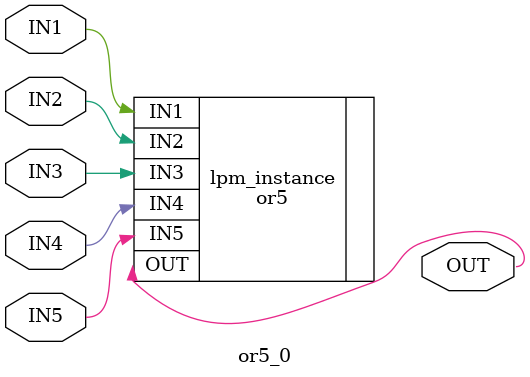
<source format=v>



module or5_0(IN1,IN3,IN2,IN5,IN4,OUT);
input IN1;
input IN3;
input IN2;
input IN5;
input IN4;
output OUT;

or5	lpm_instance(.IN1(IN1),.IN3(IN3),.IN2(IN2),.IN5(IN5),.IN4(IN4),.OUT(OUT));

endmodule

</source>
